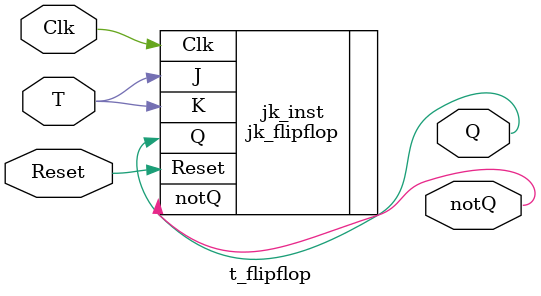
<source format=v>
module t_flipflop(
    input T, Clk, Reset,
    output Q,
    output notQ
);

    jk_flipflop jk_inst(
        .J(T),
        .K(T),
        .Clk(Clk),
        .Q(Q),
        .notQ(notQ),
        .Reset(Reset)
    );

endmodule

</source>
